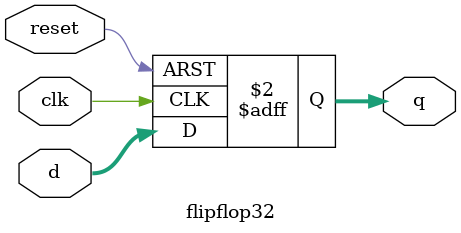
<source format=v>
`timescale 1ns / 1ps
/* ***************************** C E C S  4 4 0 *******************************
 * 
 * File Name:  flipflop32.v
 * Project:    Lab_Assignment_4
 * Designer:   Chanartip Soonthornwan
 * Email:      Chanartip.Soonthornwan@gmail.com
 * Rev. No.:   Version 1.0
 * Rev. Date:  Current Rev. Date 10/7/2017
 *
 * Purpose:    A 32-bit memory holding 32-bit value and output it
 *             on next active clock.
 *
 * ***************************************************************************/
module flipflop32(clk, reset, d, q);

   input     clk, reset;
   input      [31:0]  d;
   output reg [31:0]  q;

   always@(posedge clk, posedge reset) 
      if(reset) q <= 32'b0;
      else      q <= d;

endmodule

</source>
